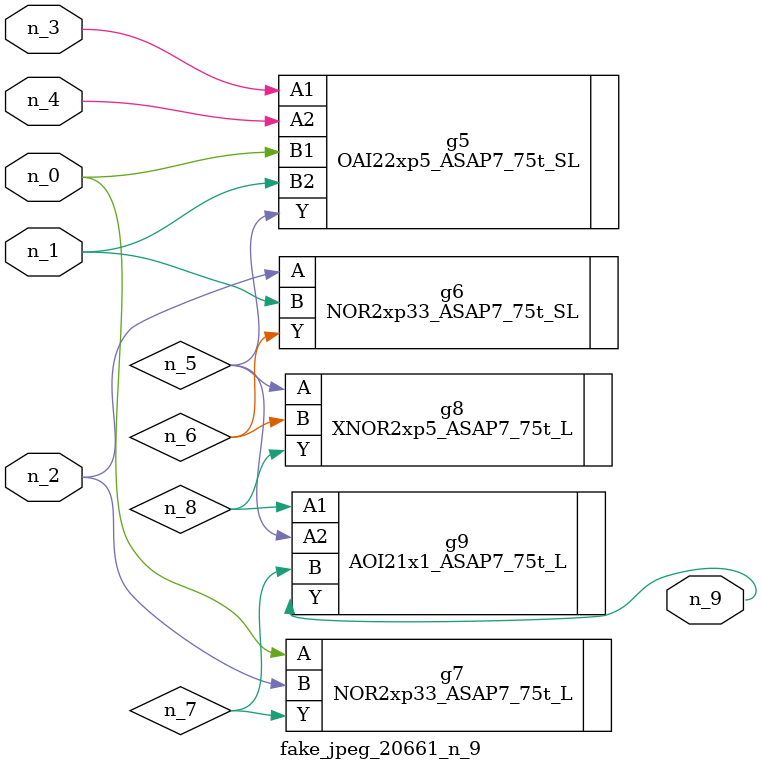
<source format=v>
module fake_jpeg_20661_n_9 (n_3, n_2, n_1, n_0, n_4, n_9);

input n_3;
input n_2;
input n_1;
input n_0;
input n_4;

output n_9;

wire n_8;
wire n_6;
wire n_5;
wire n_7;

OAI22xp5_ASAP7_75t_SL g5 ( 
.A1(n_3),
.A2(n_4),
.B1(n_0),
.B2(n_1),
.Y(n_5)
);

NOR2xp33_ASAP7_75t_SL g6 ( 
.A(n_2),
.B(n_1),
.Y(n_6)
);

NOR2xp33_ASAP7_75t_L g7 ( 
.A(n_0),
.B(n_2),
.Y(n_7)
);

XNOR2xp5_ASAP7_75t_L g8 ( 
.A(n_5),
.B(n_6),
.Y(n_8)
);

AOI21x1_ASAP7_75t_L g9 ( 
.A1(n_8),
.A2(n_5),
.B(n_7),
.Y(n_9)
);


endmodule
</source>
